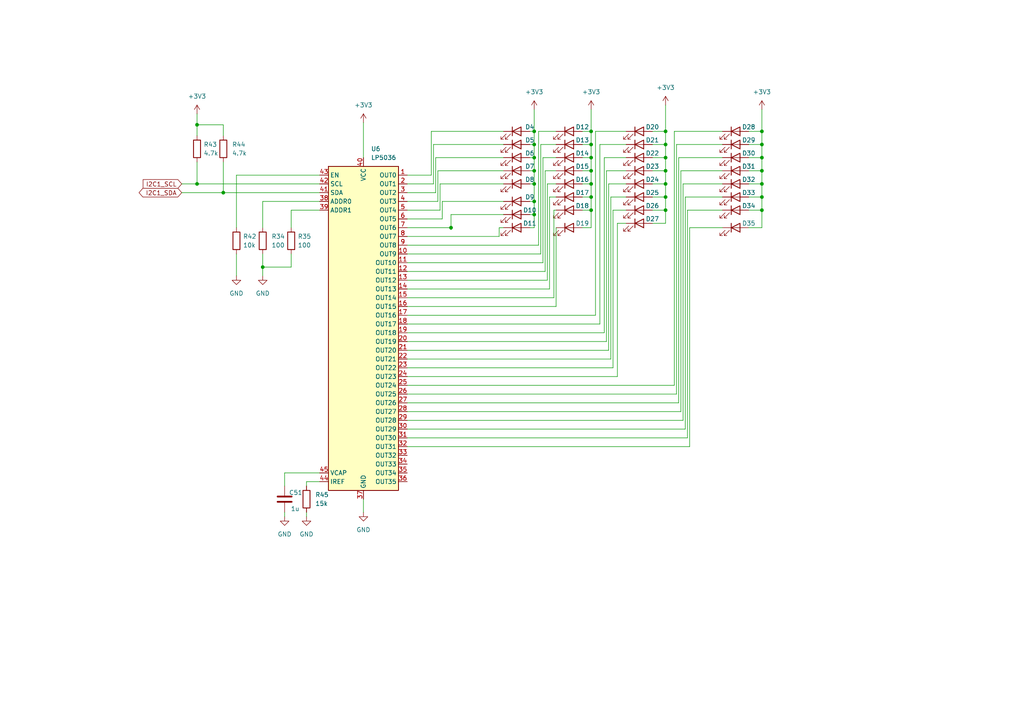
<source format=kicad_sch>
(kicad_sch (version 20231120) (generator "eeschema") (generator_version "8.0")
  (paper "A4")
  (lib_symbols
    (symbol "Device:C" (pin_numbers hide) (pin_names (offset 0.254))
      (property "Reference" "C" (at 0.635 2.54 0))
      (property "Value" "C" (at 0.635 -2.54 0))
      (symbol "C_0_1"
        (polyline (pts (xy -2.032 -0.762) (xy 2.032 -0.762)) (stroke (width 0.508)))
        (polyline (pts (xy -2.032 0.762) (xy 2.032 0.762)) (stroke (width 0.508)))
      )
      (symbol "C_1_1"
        (pin passive line (at 0 3.81 270) (length 2.794) (name "~") (number "1"))
        (pin passive line (at 0 -3.81 90) (length 2.794) (name "~") (number "2"))
      )
    )
    (symbol "Device:LED" (pin_numbers hide) (pin_names (offset 1.016) hide)
      (property "Reference" "D" (at 0 2.54 0))
      (property "Value" "LED" (at 0 -2.54 0))
      (symbol "LED_0_1"
        (polyline (pts (xy -1.27 -1.27) (xy -1.27 1.27)) (stroke (width 0.254)))
        (polyline (pts (xy -1.27 0) (xy 1.27 0)))
        (polyline (pts (xy 1.27 -1.27) (xy 1.27 1.27) (xy -1.27 0) (xy 1.27 -1.27)) (stroke (width 0.254)))
        (polyline (pts (xy -3.048 -0.762) (xy -4.572 -2.286) (xy -3.81 -2.286) (xy -4.572 -2.286) (xy -4.572 -1.524)))
        (polyline (pts (xy -1.778 -0.762) (xy -3.302 -2.286) (xy -2.54 -2.286) (xy -3.302 -2.286) (xy -3.302 -1.524)))
      )
      (symbol "LED_1_1"
        (pin passive line (at -3.81 0 0) (length 2.54) (name "K") (number "1"))
        (pin passive line (at 3.81 0 180) (length 2.54) (name "A") (number "2"))
      )
    )
    (symbol "Device:R" (pin_numbers hide) (pin_names (offset 0))
      (property "Reference" "R" (at 2.032 0 90))
      (property "Value" "R" (at 0 0 90))
      (symbol "R_0_1"
        (rectangle (start -1.016 -2.54) (end 1.016 2.54) (stroke (width 0.254)))
      )
      (symbol "R_1_1"
        (pin passive line (at 0 3.81 270) (length 1.27) (name "~") (number "1"))
        (pin passive line (at 0 -3.81 90) (length 1.27) (name "~") (number "2"))
      )
    )
    (symbol "Driver_LED:LP5036"
      (property "Reference" "U" (at -6.35 49.53 0))
      (property "Value" "LP5036" (at 6.35 49.53 0))
      (symbol "LP5036_0_1"
        (rectangle (start -10.16 48.26) (end 10.16 -45.72) (stroke (width 0.254)) (fill (type background)))
      )
      (symbol "LP5036_1_1"
        (pin power_out line (at 12.7 45.72 180) (length 2.54) (name "OUT0") (number "1"))
        (pin power_out line (at 12.7 22.86 180) (length 2.54) (name "OUT9") (number "10"))
        (pin power_out line (at 12.7 20.32 180) (length 2.54) (name "OUT10") (number "11"))
        (pin power_out line (at 12.7 17.78 180) (length 2.54) (name "OUT11") (number "12"))
        (pin power_out line (at 12.7 15.24 180) (length 2.54) (name "OUT12") (number "13"))
        (pin power_out line (at 12.7 12.7 180) (length 2.54) (name "OUT13") (number "14"))
        (pin power_out line (at 12.7 10.16 180) (length 2.54) (name "OUT14") (number "15"))
        (pin power_out line (at 12.7 7.62 180) (length 2.54) (name "OUT15") (number "16"))
        (pin power_out line (at 12.7 5.08 180) (length 2.54) (name "OUT16") (number "17"))
        (pin power_out line (at 12.7 2.54 180) (length 2.54) (name "OUT17") (number "18"))
        (pin power_out line (at 12.7 0 180) (length 2.54) (name "OUT18") (number "19"))
        (pin power_out line (at 12.7 43.18 180) (length 2.54) (name "OUT1") (number "2"))
        (pin power_out line (at 12.7 -2.54 180) (length 2.54) (name "OUT19") (number "20"))
        (pin power_out line (at 12.7 -5.08 180) (length 2.54) (name "OUT20") (number "21"))
        (pin power_out line (at 12.7 -7.62 180) (length 2.54) (name "OUT21") (number "22"))
        (pin power_out line (at 12.7 -10.16 180) (length 2.54) (name "OUT22") (number "23"))
        (pin power_out line (at 12.7 -12.7 180) (length 2.54) (name "OUT23") (number "24"))
        (pin power_out line (at 12.7 -15.24 180) (length 2.54) (name "OUT24") (number "25"))
        (pin power_out line (at 12.7 -17.78 180) (length 2.54) (name "OUT25") (number "26"))
        (pin power_out line (at 12.7 -20.32 180) (length 2.54) (name "OUT26") (number "27"))
        (pin power_out line (at 12.7 -22.86 180) (length 2.54) (name "OUT27") (number "28"))
        (pin power_out line (at 12.7 -25.4 180) (length 2.54) (name "OUT28") (number "29"))
        (pin power_out line (at 12.7 40.64 180) (length 2.54) (name "OUT2") (number "3"))
        (pin power_out line (at 12.7 -27.94 180) (length 2.54) (name "OUT29") (number "30"))
        (pin power_out line (at 12.7 -30.48 180) (length 2.54) (name "OUT30") (number "31"))
        (pin power_out line (at 12.7 -33.02 180) (length 2.54) (name "OUT31") (number "32"))
        (pin power_out line (at 12.7 -35.56 180) (length 2.54) (name "OUT32") (number "33"))
        (pin power_out line (at 12.7 -38.1 180) (length 2.54) (name "OUT33") (number "34"))
        (pin power_out line (at 12.7 -40.64 180) (length 2.54) (name "OUT34") (number "35"))
        (pin power_out line (at 12.7 -43.18 180) (length 2.54) (name "OUT35") (number "36"))
        (pin power_in line (at 0 -48.26 90) (length 2.54) (name "GND") (number "37"))
        (pin input line (at -12.7 38.1 0) (length 2.54) (name "ADDR0") (number "38"))
        (pin input line (at -12.7 35.56 0) (length 2.54) (name "ADDR1") (number "39"))
        (pin power_out line (at 12.7 38.1 180) (length 2.54) (name "OUT3") (number "4"))
        (pin power_in line (at 0 50.8 270) (length 2.54) (name "VCC") (number "40"))
        (pin bidirectional line (at -12.7 40.64 0) (length 2.54) (name "SDA") (number "41"))
        (pin input line (at -12.7 43.18 0) (length 2.54) (name "SCL") (number "42"))
        (pin input line (at -12.7 45.72 0) (length 2.54) (name "EN") (number "43"))
        (pin passive line (at -12.7 -43.18 0) (length 2.54) (name "IREF") (number "44"))
        (pin passive line (at -12.7 -40.64 0) (length 2.54) (name "VCAP") (number "45"))
        (pin passive line (at 0 -48.26 90) (length 2.54) hide (name "GND") (number "46"))
        (pin passive line (at 0 -48.26 90) (length 2.54) hide (name "GND") (number "47"))
        (pin power_out line (at 12.7 35.56 180) (length 2.54) (name "OUT4") (number "5"))
        (pin power_out line (at 12.7 33.02 180) (length 2.54) (name "OUT5") (number "6"))
        (pin power_out line (at 12.7 30.48 180) (length 2.54) (name "OUT6") (number "7"))
        (pin power_out line (at 12.7 27.94 180) (length 2.54) (name "OUT7") (number "8"))
        (pin power_out line (at 12.7 25.4 180) (length 2.54) (name "OUT8") (number "9"))
      )
    )
    (symbol "power:+3V3" (power) (pin_names (offset 0))
      (property "Value" "+3V3" (at 0 3.556 0))
      (symbol "+3V3_0_1"
        (polyline (pts (xy -0.762 1.27) (xy 0 2.54)))
        (polyline (pts (xy 0 0) (xy 0 2.54)))
        (polyline (pts (xy 0 2.54) (xy 0.762 1.27)))
      )
      (symbol "+3V3_1_1"
        (pin power_in line (at 0 0 90) (length 0) hide (name "+3V3") (number "1"))
      )
    )
    (symbol "power:GND" (power) (pin_names (offset 0))
      (property "Value" "GND" (at 0 -3.81 0))
      (symbol "GND_0_1"
        (polyline (pts (xy 0 0) (xy 0 -1.27) (xy 1.27 -1.27) (xy 0 -2.54) (xy -1.27 -1.27) (xy 0 -1.27)))
      )
      (symbol "GND_1_1"
        (pin power_in line (at 0 0 270) (length 0) hide (name "GND") (number "1"))
      )
    )
  )
  (junction (at 171.45 57.15))
  (junction (at 193.04 60.96))
  (junction (at 193.04 57.15))
  (junction (at 220.98 45.72))
  (junction (at 154.94 62.23))
  (junction (at 171.45 38.1))
  (junction (at 154.94 58.42))
  (junction (at 220.98 57.15))
  (junction (at 220.98 38.1))
  (junction (at 193.04 45.72))
  (junction (at 171.45 60.96))
  (junction (at 154.94 45.72))
  (junction (at 193.04 38.1))
  (junction (at 193.04 49.53))
  (junction (at 57.15 53.34))
  (junction (at 57.15 36.195))
  (junction (at 154.94 49.53))
  (junction (at 171.45 45.72))
  (junction (at 130.81 66.04))
  (junction (at 171.45 49.53))
  (junction (at 64.77 55.88))
  (junction (at 154.94 38.1))
  (junction (at 171.45 41.91))
  (junction (at 76.2 77.47))
  (junction (at 193.04 53.34))
  (junction (at 220.98 41.91))
  (junction (at 220.98 53.34))
  (junction (at 193.04 41.91))
  (junction (at 220.98 49.53))
  (junction (at 154.94 53.34))
  (junction (at 220.98 60.96))
  (junction (at 154.94 41.91))
  (junction (at 171.45 53.34))
  (wire (pts (xy 177.8 106.68) (xy 177.8 60.96)))
  (wire (pts (xy 168.91 49.53) (xy 171.45 49.53)))
  (wire (pts (xy 154.94 58.42) (xy 154.94 62.23)))
  (wire (pts (xy 88.9 139.7) (xy 88.9 140.97)))
  (wire (pts (xy 158.75 53.34) (xy 161.29 53.34)))
  (wire (pts (xy 175.26 45.72) (xy 181.61 45.72)))
  (wire (pts (xy 118.11 68.58) (xy 144.78 68.58)))
  (wire (pts (xy 118.11 121.92) (xy 198.12 121.92)))
  (wire (pts (xy 130.81 62.23) (xy 130.81 66.04)))
  (wire (pts (xy 200.025 66.04) (xy 200.025 129.54)))
  (wire (pts (xy 118.11 58.42) (xy 127 58.42)))
  (wire (pts (xy 125.73 53.34) (xy 125.73 41.91)))
  (wire (pts (xy 173.99 41.91) (xy 173.99 93.98)))
  (wire (pts (xy 196.215 114.3) (xy 118.11 114.3)))
  (wire (pts (xy 118.11 78.74) (xy 158.115 78.74)))
  (wire (pts (xy 168.91 41.91) (xy 171.45 41.91)))
  (wire (pts (xy 153.67 66.04) (xy 154.94 66.04)))
  (wire (pts (xy 146.05 45.72) (xy 126.365 45.72)))
  (wire (pts (xy 217.17 57.15) (xy 220.98 57.15)))
  (wire (pts (xy 157.48 76.2) (xy 118.11 76.2)))
  (wire (pts (xy 209.55 57.15) (xy 198.755 57.15)))
  (wire (pts (xy 161.29 88.9) (xy 161.29 66.04)))
  (wire (pts (xy 130.81 62.23) (xy 146.05 62.23)))
  (wire (pts (xy 118.11 106.68) (xy 177.8 106.68)))
  (wire (pts (xy 209.55 41.91) (xy 196.215 41.91)))
  (wire (pts (xy 144.78 66.04) (xy 146.05 66.04)))
  (wire (pts (xy 52.705 55.88) (xy 64.77 55.88)))
  (wire (pts (xy 172.72 91.44) (xy 172.72 38.1)))
  (wire (pts (xy 154.94 53.34) (xy 154.94 58.42)))
  (wire (pts (xy 168.91 60.96) (xy 171.45 60.96)))
  (wire (pts (xy 177.8 60.96) (xy 181.61 60.96)))
  (wire (pts (xy 189.23 60.96) (xy 193.04 60.96)))
  (wire (pts (xy 127 58.42) (xy 127 49.53)))
  (wire (pts (xy 198.12 121.92) (xy 198.12 53.34)))
  (wire (pts (xy 57.15 53.34) (xy 92.71 53.34)))
  (wire (pts (xy 171.45 57.15) (xy 171.45 53.34)))
  (wire (pts (xy 153.67 58.42) (xy 154.94 58.42)))
  (wire (pts (xy 157.48 45.72) (xy 161.29 45.72)))
  (wire (pts (xy 64.77 39.37) (xy 64.77 36.195)))
  (wire (pts (xy 220.98 45.72) (xy 220.98 41.91)))
  (wire (pts (xy 118.11 88.9) (xy 161.29 88.9)))
  (wire (pts (xy 189.23 57.15) (xy 193.04 57.15)))
  (wire (pts (xy 153.67 53.34) (xy 154.94 53.34)))
  (wire (pts (xy 156.845 73.66) (xy 156.845 41.91)))
  (wire (pts (xy 154.94 31.75) (xy 154.94 38.1)))
  (wire (pts (xy 196.85 45.72) (xy 209.55 45.72)))
  (wire (pts (xy 118.11 109.22) (xy 179.07 109.22)))
  (wire (pts (xy 127.635 60.96) (xy 118.11 60.96)))
  (wire (pts (xy 118.11 101.6) (xy 176.53 101.6)))
  (wire (pts (xy 209.55 49.53) (xy 197.485 49.53)))
  (wire (pts (xy 177.165 57.15) (xy 181.61 57.15)))
  (wire (pts (xy 154.94 45.72) (xy 154.94 49.53)))
  (wire (pts (xy 84.455 77.47) (xy 76.2 77.47)))
  (wire (pts (xy 199.39 127) (xy 199.39 60.96)))
  (wire (pts (xy 156.845 41.91) (xy 161.29 41.91)))
  (wire (pts (xy 158.75 81.28) (xy 118.11 81.28)))
  (wire (pts (xy 153.67 45.72) (xy 154.94 45.72)))
  (wire (pts (xy 171.45 45.72) (xy 171.45 41.91)))
  (wire (pts (xy 193.04 53.34) (xy 193.04 57.15)))
  (wire (pts (xy 217.17 60.96) (xy 220.98 60.96)))
  (wire (pts (xy 220.98 57.15) (xy 220.98 53.34)))
  (wire (pts (xy 52.705 53.34) (xy 57.15 53.34)))
  (wire (pts (xy 193.04 30.48) (xy 193.04 38.1)))
  (wire (pts (xy 168.91 45.72) (xy 171.45 45.72)))
  (wire (pts (xy 161.29 60.96) (xy 160.655 60.96)))
  (wire (pts (xy 177.165 104.14) (xy 118.11 104.14)))
  (wire (pts (xy 176.53 101.6) (xy 176.53 53.34)))
  (wire (pts (xy 175.895 49.53) (xy 175.895 99.06)))
  (wire (pts (xy 220.98 66.04) (xy 220.98 60.96)))
  (wire (pts (xy 220.98 38.1) (xy 220.98 31.75)))
  (wire (pts (xy 84.455 60.96) (xy 84.455 66.04)))
  (wire (pts (xy 157.48 45.72) (xy 157.48 76.2)))
  (wire (pts (xy 189.23 45.72) (xy 193.04 45.72)))
  (wire (pts (xy 127.635 53.34) (xy 127.635 60.96)))
  (wire (pts (xy 154.94 38.1) (xy 154.94 41.91)))
  (wire (pts (xy 57.15 33.02) (xy 57.15 36.195)))
  (wire (pts (xy 193.04 57.15) (xy 193.04 60.96)))
  (wire (pts (xy 118.11 73.66) (xy 156.845 73.66)))
  (wire (pts (xy 217.17 38.1) (xy 220.98 38.1)))
  (wire (pts (xy 217.17 53.34) (xy 220.98 53.34)))
  (wire (pts (xy 193.04 60.96) (xy 193.04 64.77)))
  (wire (pts (xy 82.55 137.16) (xy 82.55 140.97)))
  (wire (pts (xy 189.23 38.1) (xy 193.04 38.1)))
  (wire (pts (xy 158.115 49.53) (xy 161.29 49.53)))
  (wire (pts (xy 198.755 124.46) (xy 118.11 124.46)))
  (wire (pts (xy 159.385 83.82) (xy 159.385 57.15)))
  (wire (pts (xy 193.04 41.91) (xy 193.04 45.72)))
  (wire (pts (xy 92.71 139.7) (xy 88.9 139.7)))
  (wire (pts (xy 172.72 38.1) (xy 181.61 38.1)))
  (wire (pts (xy 199.39 60.96) (xy 209.55 60.96)))
  (wire (pts (xy 179.07 64.77) (xy 179.07 109.22)))
  (wire (pts (xy 171.45 57.15) (xy 171.45 60.96)))
  (wire (pts (xy 209.55 66.04) (xy 200.025 66.04)))
  (wire (pts (xy 217.17 49.53) (xy 220.98 49.53)))
  (wire (pts (xy 195.58 38.1) (xy 209.55 38.1)))
  (wire (pts (xy 144.78 68.58) (xy 144.78 66.04)))
  (wire (pts (xy 92.71 60.96) (xy 84.455 60.96)))
  (wire (pts (xy 82.55 148.59) (xy 82.55 149.86)))
  (wire (pts (xy 177.165 57.15) (xy 177.165 104.14)))
  (wire (pts (xy 76.2 58.42) (xy 76.2 66.04)))
  (wire (pts (xy 118.11 111.76) (xy 195.58 111.76)))
  (wire (pts (xy 220.98 41.91) (xy 220.98 38.1)))
  (wire (pts (xy 173.99 41.91) (xy 181.61 41.91)))
  (wire (pts (xy 146.05 53.34) (xy 127.635 53.34)))
  (wire (pts (xy 168.91 38.1) (xy 171.45 38.1)))
  (wire (pts (xy 64.77 36.195) (xy 57.15 36.195)))
  (wire (pts (xy 146.05 38.1) (xy 125.095 38.1)))
  (wire (pts (xy 189.23 64.77) (xy 193.04 64.77)))
  (wire (pts (xy 154.94 62.23) (xy 154.94 66.04)))
  (wire (pts (xy 158.75 53.34) (xy 158.75 81.28)))
  (wire (pts (xy 189.23 53.34) (xy 193.04 53.34)))
  (wire (pts (xy 118.11 91.44) (xy 172.72 91.44)))
  (wire (pts (xy 168.91 53.34) (xy 171.45 53.34)))
  (wire (pts (xy 196.215 41.91) (xy 196.215 114.3)))
  (wire (pts (xy 92.71 137.16) (xy 82.55 137.16)))
  (wire (pts (xy 57.15 36.195) (xy 57.15 39.37)))
  (wire (pts (xy 118.11 71.12) (xy 156.21 71.12)))
  (wire (pts (xy 105.41 144.78) (xy 105.41 148.59)))
  (wire (pts (xy 175.895 99.06) (xy 118.11 99.06)))
  (wire (pts (xy 128.27 58.42) (xy 128.27 63.5)))
  (wire (pts (xy 125.73 41.91) (xy 146.05 41.91)))
  (wire (pts (xy 130.81 66.675) (xy 130.81 66.04)))
  (wire (pts (xy 156.21 38.1) (xy 161.29 38.1)))
  (wire (pts (xy 171.45 31.75) (xy 171.45 38.1)))
  (wire (pts (xy 118.11 93.98) (xy 173.99 93.98)))
  (wire (pts (xy 68.58 50.8) (xy 92.71 50.8)))
  (wire (pts (xy 128.27 63.5) (xy 118.11 63.5)))
  (wire (pts (xy 171.45 53.34) (xy 171.45 49.53)))
  (wire (pts (xy 220.98 57.15) (xy 220.98 60.96)))
  (wire (pts (xy 197.485 119.38) (xy 118.11 119.38)))
  (wire (pts (xy 64.77 55.88) (xy 92.71 55.88)))
  (wire (pts (xy 160.655 60.96) (xy 160.655 86.36)))
  (wire (pts (xy 153.67 49.53) (xy 154.94 49.53)))
  (wire (pts (xy 195.58 111.76) (xy 195.58 38.1)))
  (wire (pts (xy 125.095 50.8) (xy 118.11 50.8)))
  (wire (pts (xy 168.91 66.04) (xy 171.45 66.04)))
  (wire (pts (xy 153.67 41.91) (xy 154.94 41.91)))
  (wire (pts (xy 153.67 38.1) (xy 154.94 38.1)))
  (wire (pts (xy 171.45 49.53) (xy 171.45 45.72)))
  (wire (pts (xy 193.04 45.72) (xy 193.04 49.53)))
  (wire (pts (xy 168.91 57.15) (xy 171.45 57.15)))
  (wire (pts (xy 193.04 49.53) (xy 193.04 53.34)))
  (wire (pts (xy 118.11 53.34) (xy 125.73 53.34)))
  (wire (pts (xy 156.21 71.12) (xy 156.21 38.1)))
  (wire (pts (xy 200.025 129.54) (xy 118.11 129.54)))
  (wire (pts (xy 118.11 96.52) (xy 175.26 96.52)))
  (wire (pts (xy 220.98 53.34) (xy 220.98 49.53)))
  (wire (pts (xy 189.23 41.91) (xy 193.04 41.91)))
  (wire (pts (xy 159.385 57.15) (xy 161.29 57.15)))
  (wire (pts (xy 171.45 60.96) (xy 171.45 66.04)))
  (wire (pts (xy 84.455 73.66) (xy 84.455 77.47)))
  (wire (pts (xy 197.485 49.53) (xy 197.485 119.38)))
  (wire (pts (xy 217.17 41.91) (xy 220.98 41.91)))
  (wire (pts (xy 127 49.53) (xy 146.05 49.53)))
  (wire (pts (xy 76.2 77.47) (xy 76.2 80.01)))
  (wire (pts (xy 176.53 53.34) (xy 181.61 53.34)))
  (wire (pts (xy 118.11 83.82) (xy 159.385 83.82)))
  (wire (pts (xy 130.81 66.04) (xy 118.11 66.04)))
  (wire (pts (xy 118.11 127) (xy 199.39 127)))
  (wire (pts (xy 126.365 45.72) (xy 126.365 55.88)))
  (wire (pts (xy 171.45 41.91) (xy 171.45 38.1)))
  (wire (pts (xy 76.2 73.66) (xy 76.2 77.47)))
  (wire (pts (xy 220.98 49.53) (xy 220.98 45.72)))
  (wire (pts (xy 217.17 66.04) (xy 220.98 66.04)))
  (wire (pts (xy 88.9 149.86) (xy 88.9 148.59)))
  (wire (pts (xy 153.67 62.23) (xy 154.94 62.23)))
  (wire (pts (xy 105.41 35.56) (xy 105.41 45.72)))
  (wire (pts (xy 126.365 55.88) (xy 118.11 55.88)))
  (wire (pts (xy 198.12 53.34) (xy 209.55 53.34)))
  (wire (pts (xy 196.85 116.84) (xy 196.85 45.72)))
  (wire (pts (xy 175.895 49.53) (xy 181.61 49.53)))
  (wire (pts (xy 181.61 64.77) (xy 179.07 64.77)))
  (wire (pts (xy 189.23 49.53) (xy 193.04 49.53)))
  (wire (pts (xy 154.94 49.53) (xy 154.94 53.34)))
  (wire (pts (xy 158.115 78.74) (xy 158.115 49.53)))
  (wire (pts (xy 68.58 66.04) (xy 68.58 50.8)))
  (wire (pts (xy 198.755 57.15) (xy 198.755 124.46)))
  (wire (pts (xy 118.11 116.84) (xy 196.85 116.84)))
  (wire (pts (xy 193.04 38.1) (xy 193.04 41.91)))
  (wire (pts (xy 154.94 41.91) (xy 154.94 45.72)))
  (wire (pts (xy 175.26 96.52) (xy 175.26 45.72)))
  (wire (pts (xy 68.58 73.66) (xy 68.58 80.01)))
  (wire (pts (xy 128.27 58.42) (xy 146.05 58.42)))
  (wire (pts (xy 217.17 45.72) (xy 220.98 45.72)))
  (wire (pts (xy 57.15 46.99) (xy 57.15 53.34)))
  (wire (pts (xy 125.095 38.1) (xy 125.095 50.8)))
  (wire (pts (xy 64.77 46.99) (xy 64.77 55.88)))
  (wire (pts (xy 160.655 86.36) (xy 118.11 86.36)))
  (wire (pts (xy 92.71 58.42) (xy 76.2 58.42)))
  (global_label "I2C1_SDA" (shape bidirectional) (at 52.705 55.88 180) (property "Intersheetrefs" "${INTERSHEET_REFS}" (effects (hide yes))))
  (global_label "I2C1_SCL" (shape input) (at 52.705 53.34 180) (property "Intersheetrefs" "${INTERSHEET_REFS}" (effects (hide yes))))
  (symbol (lib_id "Device:LED") (at 213.36 66.04 0) (unit 1)
    (property "Reference" "D35" (at 217.17 64.77 0))
    (property "Value" "LED" (effects (hide yes)))
    (property "Footprint" "LED_SMD:LED_0402_1005Metric_Pad0.77x0.64mm_HandSolder" (effects (hide yes)))
  )
  (symbol (lib_id "Device:LED") (at 185.42 64.77 0) (unit 1)
    (property "Reference" "D27" (at 189.23 63.5 0))
    (property "Value" "LED" (effects (hide yes)))
    (property "Footprint" "LED_SMD:LED_0402_1005Metric_Pad0.77x0.64mm_HandSolder" (effects (hide yes)))
  )
  (symbol (lib_id "Device:LED") (at 149.86 49.53 0) (unit 1)
    (property "Reference" "D7" (at 153.67 48.26 0))
    (property "Value" "LED" (effects (hide yes)))
    (property "Footprint" "LED_SMD:LED_0402_1005Metric_Pad0.77x0.64mm_HandSolder" (effects (hide yes)))
  )
  (symbol (lib_id "Device:LED") (at 149.86 58.42 0) (unit 1)
    (property "Reference" "D9" (at 153.67 57.15 0))
    (property "Value" "LED" (effects (hide yes)))
    (property "Footprint" "LED_SMD:LED_0402_1005Metric_Pad0.77x0.64mm_HandSolder" (effects (hide yes)))
  )
  (symbol (lib_id "Device:R") (at 57.15 43.18 0) (unit 1)
    (property "Reference" "R43" (at 59.055 41.91 0) (effects (justify left)))
    (property "Value" "4.7k" (at 59.055 44.45 0) (effects (justify left)))
    (property "Footprint" "Resistor_SMD:R_0603_1608Metric_Pad0.98x0.95mm_HandSolder" (effects (hide yes)))
  )
  (symbol (lib_id "power:GND") (at 82.55 149.86 0) (unit 1)
    (property "Reference" "#PWR087" (effects (hide yes)))
    (property "Value" "GND" (at 82.55 154.94 0))
  )
  (symbol (lib_id "Device:LED") (at 149.86 45.72 0) (unit 1)
    (property "Reference" "D6" (at 153.67 44.45 0))
    (property "Value" "LED" (effects (hide yes)))
    (property "Footprint" "LED_SMD:LED_0402_1005Metric_Pad0.77x0.64mm_HandSolder" (effects (hide yes)))
  )
  (symbol (lib_id "power:+3V3") (at 154.94 31.75 0) (unit 1)
    (property "Reference" "#PWR059" (effects (hide yes)))
    (property "Value" "+3V3" (at 154.94 26.67 0))
  )
  (symbol (lib_id "Device:LED") (at 213.36 53.34 0) (unit 1)
    (property "Reference" "D32" (at 217.17 52.07 0))
    (property "Value" "LED" (effects (hide yes)))
    (property "Footprint" "LED_SMD:LED_0402_1005Metric_Pad0.77x0.64mm_HandSolder" (effects (hide yes)))
  )
  (symbol (lib_id "Device:LED") (at 165.1 38.1 0) (unit 1)
    (property "Reference" "D12" (at 168.91 36.83 0))
    (property "Value" "LED" (effects (hide yes)))
    (property "Footprint" "LED_SMD:LED_0402_1005Metric_Pad0.77x0.64mm_HandSolder" (effects (hide yes)))
  )
  (symbol (lib_id "power:+3V3") (at 57.15 33.02 0) (unit 1)
    (property "Reference" "#PWR056" (effects (hide yes)))
    (property "Value" "+3V3" (at 57.15 27.94 0))
  )
  (symbol (lib_id "Device:LED") (at 185.42 53.34 0) (unit 1)
    (property "Reference" "D24" (at 189.23 52.07 0))
    (property "Value" "LED" (effects (hide yes)))
    (property "Footprint" "LED_SMD:LED_0402_1005Metric_Pad0.77x0.64mm_HandSolder" (effects (hide yes)))
  )
  (symbol (lib_id "Device:LED") (at 185.42 57.15 0) (unit 1)
    (property "Reference" "D25" (at 189.23 55.88 0))
    (property "Value" "LED" (effects (hide yes)))
    (property "Footprint" "LED_SMD:LED_0402_1005Metric_Pad0.77x0.64mm_HandSolder" (effects (hide yes)))
  )
  (symbol (lib_id "Device:LED") (at 149.86 66.04 0) (unit 1)
    (property "Reference" "D11" (at 153.67 64.77 0))
    (property "Value" "LED" (effects (hide yes)))
    (property "Footprint" "LED_SMD:LED_0402_1005Metric_Pad0.77x0.64mm_HandSolder" (effects (hide yes)))
  )
  (symbol (lib_id "Device:LED") (at 213.36 60.96 0) (unit 1)
    (property "Reference" "D34" (at 217.17 59.69 0))
    (property "Value" "LED" (effects (hide yes)))
    (property "Footprint" "LED_SMD:LED_0402_1005Metric_Pad0.77x0.64mm_HandSolder" (effects (hide yes)))
  )
  (symbol (lib_id "power:+3V3") (at 193.04 30.48 0) (unit 1)
    (property "Reference" "#PWR061" (effects (hide yes)))
    (property "Value" "+3V3" (at 193.04 25.4 0))
  )
  (symbol (lib_id "Device:LED") (at 213.36 45.72 0) (unit 1)
    (property "Reference" "D30" (at 217.17 44.45 0))
    (property "Value" "LED" (effects (hide yes)))
    (property "Footprint" "LED_SMD:LED_0402_1005Metric_Pad0.77x0.64mm_HandSolder" (effects (hide yes)))
  )
  (symbol (lib_id "Device:LED") (at 213.36 41.91 0) (unit 1)
    (property "Reference" "D29" (at 217.17 40.64 0))
    (property "Value" "LED" (effects (hide yes)))
    (property "Footprint" "LED_SMD:LED_0402_1005Metric_Pad0.77x0.64mm_HandSolder" (effects (hide yes)))
  )
  (symbol (lib_id "power:+3V3") (at 171.45 31.75 0) (unit 1)
    (property "Reference" "#PWR060" (effects (hide yes)))
    (property "Value" "+3V3" (at 171.45 26.67 0))
  )
  (symbol (lib_id "Device:LED") (at 149.86 53.34 0) (unit 1)
    (property "Reference" "D8" (at 153.67 52.07 0))
    (property "Value" "LED" (effects (hide yes)))
    (property "Footprint" "LED_SMD:LED_0402_1005Metric_Pad0.77x0.64mm_HandSolder" (effects (hide yes)))
  )
  (symbol (lib_id "Device:LED") (at 185.42 45.72 0) (unit 1)
    (property "Reference" "D22" (at 189.23 44.45 0))
    (property "Value" "LED" (effects (hide yes)))
    (property "Footprint" "LED_SMD:LED_0402_1005Metric_Pad0.77x0.64mm_HandSolder" (effects (hide yes)))
  )
  (symbol (lib_id "Device:LED") (at 165.1 53.34 0) (unit 1)
    (property "Reference" "D16" (at 168.91 52.07 0))
    (property "Value" "LED" (effects (hide yes)))
    (property "Footprint" "LED_SMD:LED_0402_1005Metric_Pad0.77x0.64mm_HandSolder" (effects (hide yes)))
  )
  (symbol (lib_id "power:GND") (at 68.58 80.01 0) (unit 1)
    (property "Reference" "#PWR055" (effects (hide yes)))
    (property "Value" "GND" (at 68.58 85.09 0))
  )
  (symbol (lib_id "Device:LED") (at 165.1 66.04 0) (unit 1)
    (property "Reference" "D19" (at 168.91 64.77 0))
    (property "Value" "LED" (effects (hide yes)))
    (property "Footprint" "LED_SMD:LED_0402_1005Metric_Pad0.77x0.64mm_HandSolder" (effects (hide yes)))
  )
  (symbol (lib_id "power:+3V3") (at 220.98 31.75 0) (unit 1)
    (property "Reference" "#PWR062" (effects (hide yes)))
    (property "Value" "+3V3" (at 220.98 26.67 0))
  )
  (symbol (lib_id "Device:R") (at 64.77 43.18 0) (unit 1)
    (property "Reference" "R44" (at 67.31 41.91 0) (effects (justify left)))
    (property "Value" "4.7k" (at 67.31 44.45 0) (effects (justify left)))
    (property "Footprint" "Resistor_SMD:R_0603_1608Metric_Pad0.98x0.95mm_HandSolder" (effects (hide yes)))
  )
  (symbol (lib_id "Device:C") (at 82.55 144.78 0) (unit 1)
    (property "Reference" "C51" (at 83.82 142.875 0) (effects (justify left)))
    (property "Value" "1u" (at 84.328 147.574 0) (effects (justify left)))
    (property "Footprint" "Capacitor_SMD:C_0603_1608Metric_Pad1.08x0.95mm_HandSolder" (effects (hide yes)))
  )
  (symbol (lib_id "power:GND") (at 76.2 80.01 0) (unit 1)
    (property "Reference" "#PWR054" (effects (hide yes)))
    (property "Value" "GND" (at 76.2 85.09 0))
  )
  (symbol (lib_id "Device:LED") (at 165.1 45.72 0) (unit 1)
    (property "Reference" "D14" (at 168.91 44.45 0))
    (property "Value" "LED" (effects (hide yes)))
    (property "Footprint" "LED_SMD:LED_0402_1005Metric_Pad0.77x0.64mm_HandSolder" (effects (hide yes)))
  )
  (symbol (lib_id "Device:LED") (at 185.42 41.91 0) (unit 1)
    (property "Reference" "D21" (at 189.23 40.64 0))
    (property "Value" "LED" (effects (hide yes)))
    (property "Footprint" "LED_SMD:LED_0402_1005Metric_Pad0.77x0.64mm_HandSolder" (effects (hide yes)))
  )
  (symbol (lib_id "Device:LED") (at 165.1 60.96 0) (unit 1)
    (property "Reference" "D18" (at 168.91 59.69 0))
    (property "Value" "LED" (effects (hide yes)))
    (property "Footprint" "LED_SMD:LED_0402_1005Metric_Pad0.77x0.64mm_HandSolder" (effects (hide yes)))
  )
  (symbol (lib_id "Driver_LED:LP5036") (at 105.41 96.52 0) (unit 1)
    (property "Reference" "U6" (at 107.6041 43.18 0) (effects (justify left)))
    (property "Value" "LP5036" (at 107.6041 45.72 0) (effects (justify left)))
    (property "Footprint" "Package_DFN_QFN:VQFN-46-1EP_5x6mm_P0.4mm_EP2.8x3.8mm" (effects (hide yes)))
    (property "Datasheet" "http://www.ti.com/lit/ds/symlink/lp5036.pdf" (effects (hide yes)))
  )
  (symbol (lib_id "Device:LED") (at 185.42 60.96 0) (unit 1)
    (property "Reference" "D26" (at 189.23 59.69 0))
    (property "Value" "LED" (effects (hide yes)))
    (property "Footprint" "LED_SMD:LED_0402_1005Metric_Pad0.77x0.64mm_HandSolder" (effects (hide yes)))
  )
  (symbol (lib_id "power:+3V3") (at 105.41 35.56 0) (unit 1)
    (property "Reference" "#PWR058" (effects (hide yes)))
    (property "Value" "+3V3" (at 105.41 30.48 0))
  )
  (symbol (lib_id "Device:LED") (at 165.1 49.53 0) (unit 1)
    (property "Reference" "D15" (at 168.91 48.26 0))
    (property "Value" "LED" (effects (hide yes)))
    (property "Footprint" "LED_SMD:LED_0402_1005Metric_Pad0.77x0.64mm_HandSolder" (effects (hide yes)))
  )
  (symbol (lib_id "Device:R") (at 88.9 144.78 0) (unit 1)
    (property "Reference" "R45" (at 91.44 143.5099 0) (effects (justify left)))
    (property "Value" "15k" (at 91.44 146.0499 0) (effects (justify left)))
    (property "Footprint" "Resistor_SMD:R_0603_1608Metric_Pad0.98x0.95mm_HandSolder" (effects (hide yes)))
  )
  (symbol (lib_id "Device:R") (at 84.455 69.85 0) (unit 1)
    (property "Reference" "R35" (at 86.36 68.58 0) (effects (justify left)))
    (property "Value" "100" (at 86.36 71.12 0) (effects (justify left)))
    (property "Footprint" "Resistor_SMD:R_0603_1608Metric_Pad0.98x0.95mm_HandSolder" (effects (hide yes)))
  )
  (symbol (lib_id "power:GND") (at 105.41 148.59 0) (unit 1)
    (property "Reference" "#PWR057" (effects (hide yes)))
    (property "Value" "GND" (at 105.41 153.67 0))
  )
  (symbol (lib_id "Device:R") (at 76.2 69.85 0) (unit 1)
    (property "Reference" "R34" (at 78.74 68.58 0) (effects (justify left)))
    (property "Value" "100" (at 78.74 71.12 0) (effects (justify left)))
    (property "Footprint" "Resistor_SMD:R_0603_1608Metric_Pad0.98x0.95mm_HandSolder" (effects (hide yes)))
  )
  (symbol (lib_id "Device:LED") (at 185.42 49.53 0) (unit 1)
    (property "Reference" "D23" (at 189.23 48.26 0))
    (property "Value" "LED" (effects (hide yes)))
    (property "Footprint" "LED_SMD:LED_0402_1005Metric_Pad0.77x0.64mm_HandSolder" (effects (hide yes)))
  )
  (symbol (lib_id "Device:LED") (at 149.86 38.1 0) (unit 1)
    (property "Reference" "D4" (at 153.67 36.83 0))
    (property "Value" "LED" (effects (hide yes)))
    (property "Footprint" "LED_SMD:LED_0402_1005Metric_Pad0.77x0.64mm_HandSolder" (effects (hide yes)))
  )
  (symbol (lib_id "Device:LED") (at 213.36 57.15 0) (unit 1)
    (property "Reference" "D33" (at 217.17 55.88 0))
    (property "Value" "LED" (effects (hide yes)))
    (property "Footprint" "LED_SMD:LED_0402_1005Metric_Pad0.77x0.64mm_HandSolder" (effects (hide yes)))
  )
  (symbol (lib_id "Device:LED") (at 185.42 38.1 0) (unit 1)
    (property "Reference" "D20" (at 189.23 36.83 0))
    (property "Value" "LED" (effects (hide yes)))
    (property "Footprint" "LED_SMD:LED_0402_1005Metric_Pad0.77x0.64mm_HandSolder" (effects (hide yes)))
  )
  (symbol (lib_id "Device:LED") (at 165.1 57.15 0) (unit 1)
    (property "Reference" "D17" (at 168.91 55.88 0))
    (property "Value" "LED" (effects (hide yes)))
    (property "Footprint" "LED_SMD:LED_0402_1005Metric_Pad0.77x0.64mm_HandSolder" (effects (hide yes)))
  )
  (symbol (lib_id "Device:LED") (at 149.86 62.23 0) (unit 1)
    (property "Reference" "D10" (at 153.67 60.96 0))
    (property "Value" "LED" (effects (hide yes)))
    (property "Footprint" "LED_SMD:LED_0402_1005Metric_Pad0.77x0.64mm_HandSolder" (effects (hide yes)))
  )
  (symbol (lib_id "Device:LED") (at 213.36 38.1 0) (unit 1)
    (property "Reference" "D28" (at 217.17 36.83 0))
    (property "Value" "LED" (effects (hide yes)))
    (property "Footprint" "LED_SMD:LED_0402_1005Metric_Pad0.77x0.64mm_HandSolder" (effects (hide yes)))
  )
  (symbol (lib_id "Device:R") (at 68.58 69.85 0) (unit 1)
    (property "Reference" "R42" (at 70.485 68.58 0) (effects (justify left)))
    (property "Value" "10k" (at 70.485 71.12 0) (effects (justify left)))
    (property "Footprint" "Resistor_SMD:R_0603_1608Metric_Pad0.98x0.95mm_HandSolder" (effects (hide yes)))
  )
  (symbol (lib_id "Device:LED") (at 149.86 41.91 0) (unit 1)
    (property "Reference" "D5" (at 153.67 40.64 0))
    (property "Value" "LED" (effects (hide yes)))
    (property "Footprint" "LED_SMD:LED_0402_1005Metric_Pad0.77x0.64mm_HandSolder" (effects (hide yes)))
  )
  (symbol (lib_id "Device:LED") (at 213.36 49.53 0) (unit 1)
    (property "Reference" "D31" (at 217.17 48.26 0))
    (property "Value" "LED" (effects (hide yes)))
    (property "Footprint" "LED_SMD:LED_0402_1005Metric_Pad0.77x0.64mm_HandSolder" (effects (hide yes)))
  )
  (symbol (lib_id "power:GND") (at 88.9 149.86 0) (unit 1)
    (property "Reference" "#PWR086" (effects (hide yes)))
    (property "Value" "GND" (at 88.9 154.94 0))
  )
  (symbol (lib_id "Device:LED") (at 165.1 41.91 0) (unit 1)
    (property "Reference" "D13" (at 168.91 40.64 0))
    (property "Value" "LED" (effects (hide yes)))
    (property "Footprint" "LED_SMD:LED_0402_1005Metric_Pad0.77x0.64mm_HandSolder" (effects (hide yes)))
  )
)
</source>
